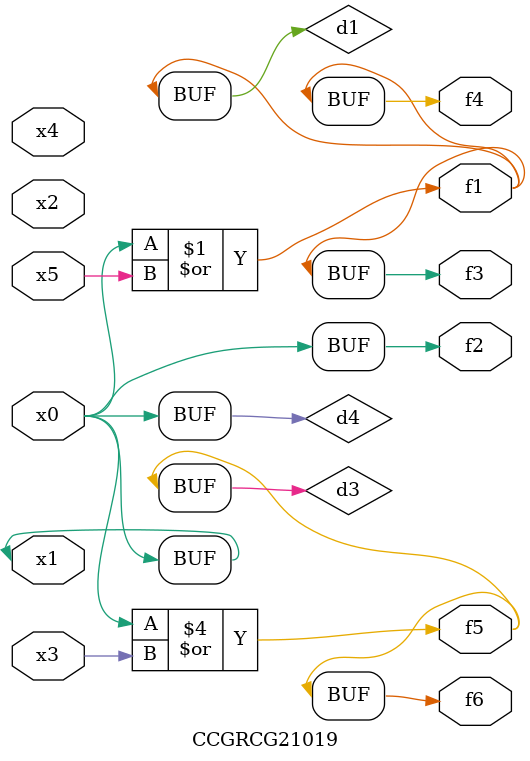
<source format=v>
module CCGRCG21019(
	input x0, x1, x2, x3, x4, x5,
	output f1, f2, f3, f4, f5, f6
);

	wire d1, d2, d3, d4;

	or (d1, x0, x5);
	xnor (d2, x1, x4);
	or (d3, x0, x3);
	buf (d4, x0, x1);
	assign f1 = d1;
	assign f2 = d4;
	assign f3 = d1;
	assign f4 = d1;
	assign f5 = d3;
	assign f6 = d3;
endmodule

</source>
